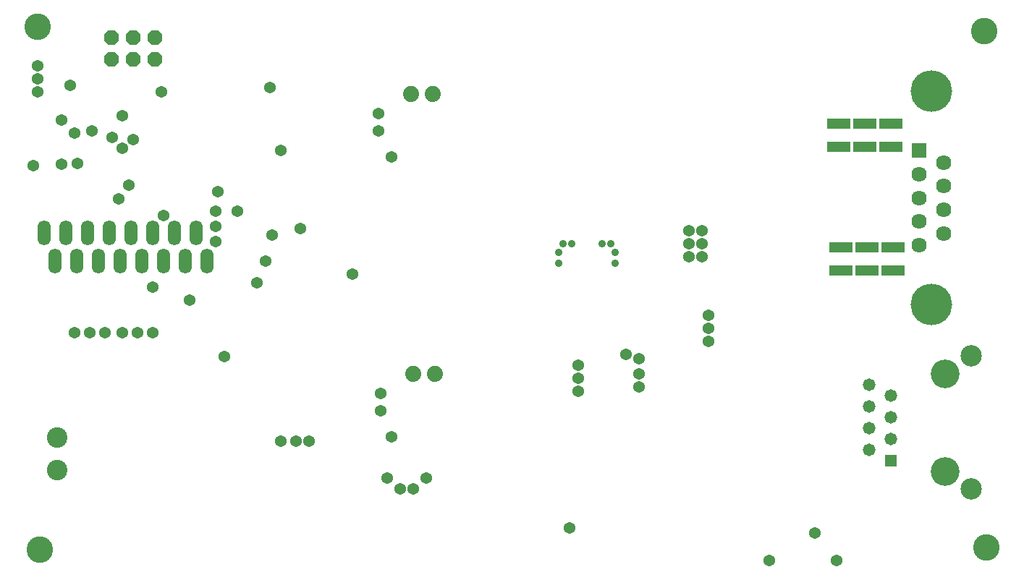
<source format=gbs>
%FSLAX44Y44*%
%MOMM*%
G71*
G01*
G75*
G04 Layer_Color=16711935*
%ADD10R,4.8600X3.3600*%
%ADD11R,1.4000X1.3900*%
%ADD12R,1.4224X3.0226*%
%ADD13R,3.0226X1.4224*%
%ADD14R,0.7000X0.9000*%
%ADD15O,0.8000X1.4000*%
%ADD16R,0.8000X1.4000*%
%ADD17R,0.8000X0.9000*%
%ADD18R,2.6000X1.1000*%
%ADD19R,2.0000X3.5000*%
%ADD20R,2.1800X1.5200*%
%ADD21R,1.5500X3.3000*%
%ADD22R,1.5200X2.1800*%
%ADD23R,0.9000X0.7000*%
%ADD24R,0.9000X0.8000*%
%ADD25R,1.1430X0.7620*%
%ADD26R,2.2606X2.9972*%
%ADD27R,1.8800X1.1700*%
%ADD28R,1.1000X1.4000*%
%ADD29R,1.1000X1.7000*%
G04:AMPARAMS|DCode=30|XSize=0.9mm|YSize=0.7mm|CornerRadius=0mm|HoleSize=0mm|Usage=FLASHONLY|Rotation=225.000|XOffset=0mm|YOffset=0mm|HoleType=Round|Shape=Rectangle|*
%AMROTATEDRECTD30*
4,1,4,0.0707,0.5657,0.5657,0.0707,-0.0707,-0.5657,-0.5657,-0.0707,0.0707,0.5657,0.0*
%
%ADD30ROTATEDRECTD30*%

%ADD31R,1.8000X3.2000*%
%ADD32R,1.2000X1.2000*%
%ADD33R,4.0000X3.1000*%
G04:AMPARAMS|DCode=34|XSize=0.9mm|YSize=0.8mm|CornerRadius=0mm|HoleSize=0mm|Usage=FLASHONLY|Rotation=135.000|XOffset=0mm|YOffset=0mm|HoleType=Round|Shape=Rectangle|*
%AMROTATEDRECTD34*
4,1,4,0.6010,-0.0354,0.0354,-0.6010,-0.6010,0.0354,-0.0354,0.6010,0.6010,-0.0354,0.0*
%
%ADD34ROTATEDRECTD34*%

G04:AMPARAMS|DCode=35|XSize=0.9mm|YSize=0.8mm|CornerRadius=0mm|HoleSize=0mm|Usage=FLASHONLY|Rotation=45.000|XOffset=0mm|YOffset=0mm|HoleType=Round|Shape=Rectangle|*
%AMROTATEDRECTD35*
4,1,4,-0.0354,-0.6010,-0.6010,-0.0354,0.0354,0.6010,0.6010,0.0354,-0.0354,-0.6010,0.0*
%
%ADD35ROTATEDRECTD35*%

G04:AMPARAMS|DCode=36|XSize=0.9mm|YSize=0.7mm|CornerRadius=0mm|HoleSize=0mm|Usage=FLASHONLY|Rotation=315.000|XOffset=0mm|YOffset=0mm|HoleType=Round|Shape=Rectangle|*
%AMROTATEDRECTD36*
4,1,4,-0.5657,0.0707,-0.0707,0.5657,0.5657,-0.0707,0.0707,-0.5657,-0.5657,0.0707,0.0*
%
%ADD36ROTATEDRECTD36*%

%ADD37R,1.2192X1.2192*%
%ADD38R,1.4000X3.3000*%
%ADD39R,2.1000X1.8000*%
%ADD40O,1.0000X0.5500*%
%ADD41R,1.0000X0.5500*%
%ADD42O,0.5500X1.0000*%
%ADD43R,0.5500X1.0000*%
G04:AMPARAMS|DCode=44|XSize=1.55mm|YSize=1.3mm|CornerRadius=0.0975mm|HoleSize=0mm|Usage=FLASHONLY|Rotation=90.000|XOffset=0mm|YOffset=0mm|HoleType=Round|Shape=RoundedRectangle|*
%AMROUNDEDRECTD44*
21,1,1.5500,1.1050,0,0,90.0*
21,1,1.3550,1.3000,0,0,90.0*
1,1,0.1950,0.5525,0.6775*
1,1,0.1950,0.5525,-0.6775*
1,1,0.1950,-0.5525,-0.6775*
1,1,0.1950,-0.5525,0.6775*
%
%ADD44ROUNDEDRECTD44*%
G04:AMPARAMS|DCode=45|XSize=0.55mm|YSize=1.65mm|CornerRadius=0mm|HoleSize=0mm|Usage=FLASHONLY|Rotation=135.000|XOffset=0mm|YOffset=0mm|HoleType=Round|Shape=Round|*
%AMOVALD45*
21,1,1.1000,0.5500,0.0000,0.0000,225.0*
1,1,0.5500,0.3889,0.3889*
1,1,0.5500,-0.3889,-0.3889*
%
%ADD45OVALD45*%

G04:AMPARAMS|DCode=46|XSize=0.55mm|YSize=1.65mm|CornerRadius=0mm|HoleSize=0mm|Usage=FLASHONLY|Rotation=225.000|XOffset=0mm|YOffset=0mm|HoleType=Round|Shape=Round|*
%AMOVALD46*
21,1,1.1000,0.5500,0.0000,0.0000,315.0*
1,1,0.5500,-0.3889,0.3889*
1,1,0.5500,0.3889,-0.3889*
%
%ADD46OVALD46*%

%ADD47R,1.2192X1.2192*%
%ADD48R,0.7112X2.0066*%
%ADD49R,1.2192X2.2352*%
%ADD50R,3.6068X2.2098*%
%ADD51C,0.5000*%
%ADD52C,1.0000*%
%ADD53C,0.7500*%
%ADD54C,1.2700*%
%ADD55C,0.3000*%
%ADD56C,0.6350*%
%ADD57C,0.5080*%
%ADD58C,0.2540*%
%ADD59C,0.7000*%
%ADD60R,1.3716X1.3716*%
%ADD61C,1.3716*%
%ADD62C,2.4003*%
%ADD63C,3.2512*%
%ADD64C,3.0000*%
%ADD65O,1.4224X2.8448*%
%ADD66C,1.7780*%
%ADD67C,2.3000*%
%ADD68C,1.6900*%
%ADD69R,1.6900X1.6900*%
%ADD70C,4.7600*%
G04:AMPARAMS|DCode=71|XSize=1.5748mm|YSize=1.5748mm|CornerRadius=0mm|HoleSize=0mm|Usage=FLASHONLY|Rotation=0.000|XOffset=0mm|YOffset=0mm|HoleType=Round|Shape=Octagon|*
%AMOCTAGOND71*
4,1,8,0.7874,-0.3937,0.7874,0.3937,0.3937,0.7874,-0.3937,0.7874,-0.7874,0.3937,-0.7874,-0.3937,-0.3937,-0.7874,0.3937,-0.7874,0.7874,-0.3937,0.0*
%
%ADD71OCTAGOND71*%

%ADD72C,1.2700*%
%ADD73C,0.8000*%
%ADD74C,0.1016*%
%ADD75C,0.1524*%
%ADD76C,0.2000*%
%ADD77C,0.6000*%
%ADD78C,0.2500*%
%ADD79C,0.1270*%
%ADD80C,0.0254*%
%ADD81C,0.2286*%
%ADD82C,0.2032*%
%ADD83C,0.1500*%
%ADD84R,1.2700X0.6350*%
%ADD85R,0.3024X0.3048*%
%ADD86R,0.1524X0.3048*%
%ADD87R,0.1500X0.3048*%
%ADD88R,0.3048X0.3024*%
%ADD89R,0.3048X0.1524*%
%ADD90R,0.3048X0.1500*%
%ADD91R,4.9616X3.4616*%
%ADD92R,1.5016X1.4916*%
%ADD93R,1.5240X3.1242*%
%ADD94R,3.1242X1.5240*%
%ADD95R,0.8016X1.0016*%
%ADD96O,0.9016X1.5016*%
%ADD97R,0.9016X1.5016*%
%ADD98R,0.9016X1.0016*%
%ADD99R,2.7016X1.2016*%
%ADD100R,2.1016X3.6016*%
%ADD101R,2.2816X1.6216*%
%ADD102R,1.6516X3.4016*%
%ADD103R,1.6216X2.2816*%
%ADD104R,1.0016X0.8016*%
%ADD105R,1.0016X0.9016*%
%ADD106R,1.2446X0.8636*%
%ADD107R,2.3622X3.0988*%
%ADD108R,1.9816X1.2716*%
%ADD109R,1.2016X1.5016*%
%ADD110R,1.2016X1.8016*%
G04:AMPARAMS|DCode=111|XSize=1.0016mm|YSize=0.8016mm|CornerRadius=0mm|HoleSize=0mm|Usage=FLASHONLY|Rotation=225.000|XOffset=0mm|YOffset=0mm|HoleType=Round|Shape=Rectangle|*
%AMROTATEDRECTD111*
4,1,4,0.0707,0.6375,0.6375,0.0707,-0.0707,-0.6375,-0.6375,-0.0707,0.0707,0.6375,0.0*
%
%ADD111ROTATEDRECTD111*%

%ADD112R,1.9016X3.3016*%
%ADD113R,1.3016X1.3016*%
%ADD114R,4.1016X3.2016*%
G04:AMPARAMS|DCode=115|XSize=1.0016mm|YSize=0.9016mm|CornerRadius=0mm|HoleSize=0mm|Usage=FLASHONLY|Rotation=135.000|XOffset=0mm|YOffset=0mm|HoleType=Round|Shape=Rectangle|*
%AMROTATEDRECTD115*
4,1,4,0.6729,-0.0354,0.0354,-0.6729,-0.6729,0.0354,-0.0354,0.6729,0.6729,-0.0354,0.0*
%
%ADD115ROTATEDRECTD115*%

G04:AMPARAMS|DCode=116|XSize=1.0016mm|YSize=0.9016mm|CornerRadius=0mm|HoleSize=0mm|Usage=FLASHONLY|Rotation=45.000|XOffset=0mm|YOffset=0mm|HoleType=Round|Shape=Rectangle|*
%AMROTATEDRECTD116*
4,1,4,-0.0354,-0.6729,-0.6729,-0.0354,0.0354,0.6729,0.6729,0.0354,-0.0354,-0.6729,0.0*
%
%ADD116ROTATEDRECTD116*%

G04:AMPARAMS|DCode=117|XSize=1.0016mm|YSize=0.8016mm|CornerRadius=0mm|HoleSize=0mm|Usage=FLASHONLY|Rotation=315.000|XOffset=0mm|YOffset=0mm|HoleType=Round|Shape=Rectangle|*
%AMROTATEDRECTD117*
4,1,4,-0.6375,0.0707,-0.0707,0.6375,0.6375,-0.0707,0.0707,-0.6375,-0.6375,0.0707,0.0*
%
%ADD117ROTATEDRECTD117*%

%ADD118R,1.3208X1.3208*%
%ADD119R,1.5016X3.4016*%
%ADD120R,2.2016X1.9016*%
%ADD121O,1.1016X0.6516*%
%ADD122R,1.1016X0.6516*%
%ADD123O,0.6516X1.1016*%
%ADD124R,0.6516X1.1016*%
G04:AMPARAMS|DCode=125|XSize=1.6516mm|YSize=1.4016mm|CornerRadius=0.1483mm|HoleSize=0mm|Usage=FLASHONLY|Rotation=90.000|XOffset=0mm|YOffset=0mm|HoleType=Round|Shape=RoundedRectangle|*
%AMROUNDEDRECTD125*
21,1,1.6516,1.1050,0,0,90.0*
21,1,1.3550,1.4016,0,0,90.0*
1,1,0.2966,0.5525,0.6775*
1,1,0.2966,0.5525,-0.6775*
1,1,0.2966,-0.5525,-0.6775*
1,1,0.2966,-0.5525,0.6775*
%
%ADD125ROUNDEDRECTD125*%
G04:AMPARAMS|DCode=126|XSize=0.6516mm|YSize=1.7516mm|CornerRadius=0mm|HoleSize=0mm|Usage=FLASHONLY|Rotation=135.000|XOffset=0mm|YOffset=0mm|HoleType=Round|Shape=Round|*
%AMOVALD126*
21,1,1.1000,0.6516,0.0000,0.0000,225.0*
1,1,0.6516,0.3889,0.3889*
1,1,0.6516,-0.3889,-0.3889*
%
%ADD126OVALD126*%

G04:AMPARAMS|DCode=127|XSize=0.6516mm|YSize=1.7516mm|CornerRadius=0mm|HoleSize=0mm|Usage=FLASHONLY|Rotation=225.000|XOffset=0mm|YOffset=0mm|HoleType=Round|Shape=Round|*
%AMOVALD127*
21,1,1.1000,0.6516,0.0000,0.0000,315.0*
1,1,0.6516,-0.3889,0.3889*
1,1,0.6516,0.3889,-0.3889*
%
%ADD127OVALD127*%

%ADD128R,1.3208X1.3208*%
%ADD129R,0.8128X2.1082*%
%ADD130R,1.3208X2.3368*%
%ADD131R,3.7084X2.3114*%
%ADD132R,1.4732X1.4732*%
%ADD133C,1.4732*%
%ADD134C,2.5019*%
%ADD135C,3.3528*%
%ADD136C,3.1016*%
%ADD137O,1.5240X2.9464*%
%ADD138C,1.8796*%
%ADD139C,2.4016*%
%ADD140C,1.7916*%
%ADD141R,1.7916X1.7916*%
%ADD142C,4.8616*%
G04:AMPARAMS|DCode=143|XSize=1.6764mm|YSize=1.6764mm|CornerRadius=0mm|HoleSize=0mm|Usage=FLASHONLY|Rotation=0.000|XOffset=0mm|YOffset=0mm|HoleType=Round|Shape=Octagon|*
%AMOCTAGOND143*
4,1,8,0.8382,-0.4191,0.8382,0.4191,0.4191,0.8382,-0.4191,0.8382,-0.8382,0.4191,-0.8382,-0.4191,-0.4191,-0.8382,0.4191,-0.8382,0.8382,-0.4191,0.0*
%
%ADD143OCTAGOND143*%

%ADD144C,0.9016*%
D61*
X1150620Y136270D02*
D03*
X863600Y142240D02*
D03*
X650240Y200660D02*
D03*
X695960D02*
D03*
X1176020Y104140D02*
D03*
X1097280D02*
D03*
X1018540Y474980D02*
D03*
Y459740D02*
D03*
X1026160Y360680D02*
D03*
Y375920D02*
D03*
Y391160D02*
D03*
X558800Y243840D02*
D03*
X543560D02*
D03*
X525780D02*
D03*
X459740Y342900D02*
D03*
X449580Y495300D02*
D03*
X497840Y429260D02*
D03*
X609600Y439420D02*
D03*
X388620Y508000D02*
D03*
X548640Y492471D02*
D03*
X515620Y485140D02*
D03*
X474980Y513080D02*
D03*
X419100Y408940D02*
D03*
X525780Y584200D02*
D03*
X449580Y477520D02*
D03*
X513080Y657860D02*
D03*
X508000Y454660D02*
D03*
X642620Y299720D02*
D03*
X640080Y627380D02*
D03*
X642620Y279400D02*
D03*
X640080Y607060D02*
D03*
X680720Y187960D02*
D03*
X665480D02*
D03*
X655320Y248920D02*
D03*
Y576580D02*
D03*
X1018540Y490220D02*
D03*
X1003300Y459740D02*
D03*
Y474980D02*
D03*
Y490220D02*
D03*
X328530Y599440D02*
D03*
X288094Y568993D02*
D03*
X268840Y619760D02*
D03*
X304679Y607127D02*
D03*
X284080Y604520D02*
D03*
X336346Y527665D02*
D03*
X339960Y586740D02*
D03*
Y624840D02*
D03*
X347580Y543560D02*
D03*
X385680Y652780D02*
D03*
X352660Y596900D02*
D03*
X269030Y567710D02*
D03*
X449370Y513080D02*
D03*
X240900Y683260D02*
D03*
X279000Y660400D02*
D03*
X451720Y535940D02*
D03*
X240900Y668020D02*
D03*
Y652780D02*
D03*
X235820Y566420D02*
D03*
X375920Y424180D02*
D03*
X320040Y370840D02*
D03*
X340360D02*
D03*
X358140D02*
D03*
X375920D02*
D03*
X302260D02*
D03*
X284480D02*
D03*
X873760Y332740D02*
D03*
Y317500D02*
D03*
Y302260D02*
D03*
X929640Y345440D02*
D03*
X944880Y340360D02*
D03*
Y322580D02*
D03*
Y307340D02*
D03*
D99*
X1242060Y443700D02*
D03*
Y470700D02*
D03*
X1211580Y443700D02*
D03*
Y470700D02*
D03*
X1181100Y443700D02*
D03*
Y470700D02*
D03*
X1178560Y588480D02*
D03*
Y615480D02*
D03*
X1209040Y588480D02*
D03*
Y615480D02*
D03*
X1239520Y588480D02*
D03*
Y615480D02*
D03*
D132*
X1239520Y220980D02*
D03*
D133*
X1214120Y233680D02*
D03*
X1239520Y246380D02*
D03*
X1214120Y259080D02*
D03*
X1239520Y271780D02*
D03*
X1214120Y284480D02*
D03*
X1239520Y297180D02*
D03*
X1214120Y309880D02*
D03*
D134*
X1333520Y187480D02*
D03*
Y343408D02*
D03*
D135*
X1303020Y208280D02*
D03*
Y322580D02*
D03*
D136*
X1351280Y119380D02*
D03*
X1348740Y723900D02*
D03*
X243840Y116840D02*
D03*
X241300Y728980D02*
D03*
D137*
X261220Y454660D02*
D03*
X286620D02*
D03*
X312020D02*
D03*
X337420D02*
D03*
X362820D02*
D03*
X388220D02*
D03*
X413620D02*
D03*
X439020D02*
D03*
X426320Y487680D02*
D03*
X400920D02*
D03*
X375520D02*
D03*
X350120D02*
D03*
X324720D02*
D03*
X299320D02*
D03*
X273920D02*
D03*
X248520D02*
D03*
D138*
X680720Y322580D02*
D03*
X706120D02*
D03*
X678180Y650240D02*
D03*
X703580D02*
D03*
D139*
X264160Y247650D02*
D03*
Y209550D02*
D03*
D140*
X1272560Y472920D02*
D03*
X1300960Y486770D02*
D03*
X1272560Y500620D02*
D03*
X1300960Y514470D02*
D03*
X1272560Y528320D02*
D03*
X1300960Y542170D02*
D03*
X1272560Y556020D02*
D03*
X1300960Y569870D02*
D03*
D141*
X1272560Y583720D02*
D03*
D142*
X1286760Y653270D02*
D03*
Y403370D02*
D03*
D143*
X327260Y690880D02*
D03*
Y716280D02*
D03*
X352660Y690880D02*
D03*
Y716280D02*
D03*
X378060Y690880D02*
D03*
Y716280D02*
D03*
D144*
X916940Y464820D02*
D03*
Y452120D02*
D03*
X911860Y474980D02*
D03*
X901700D02*
D03*
X850900Y452120D02*
D03*
Y464820D02*
D03*
X855980Y474980D02*
D03*
X866140D02*
D03*
M02*

</source>
